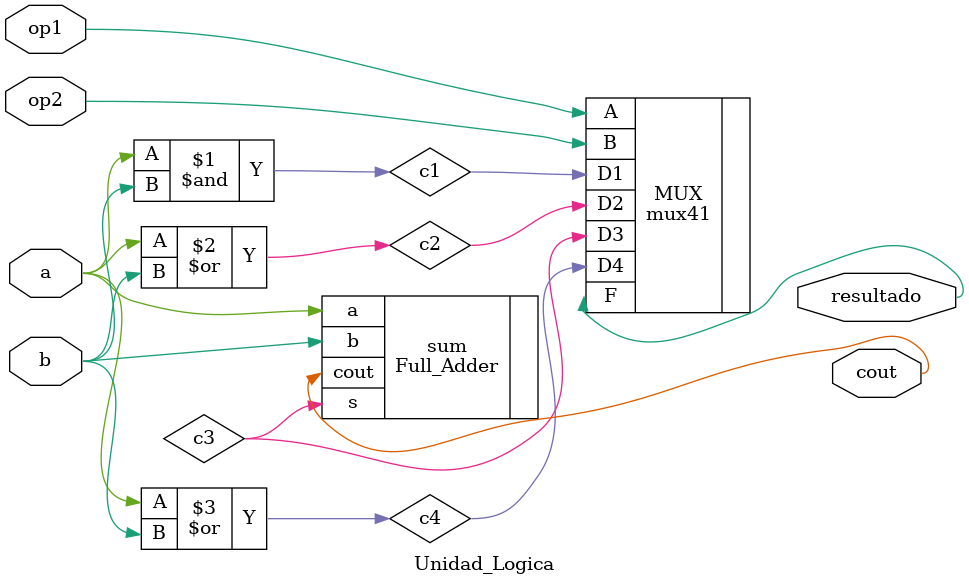
<source format=v>
module Unidad_Logica(

input a, b, op1,op2,
output resultado,cout
);

wire c1, c2, c3, c4;

assign c1 = a & b;
assign c2 = a | b;
assign c4 = a | b;

Full_Adder sum(

.a(a), .b(b) , 
.s(c3), .cout(cout)

);


//instacia mux41
mux41 MUX(

.D1(c1), .D2(c2), .D3(c3), .D4(c4), .A(op1), .B(op2),
.F(resultado)

);



endmodule

</source>
